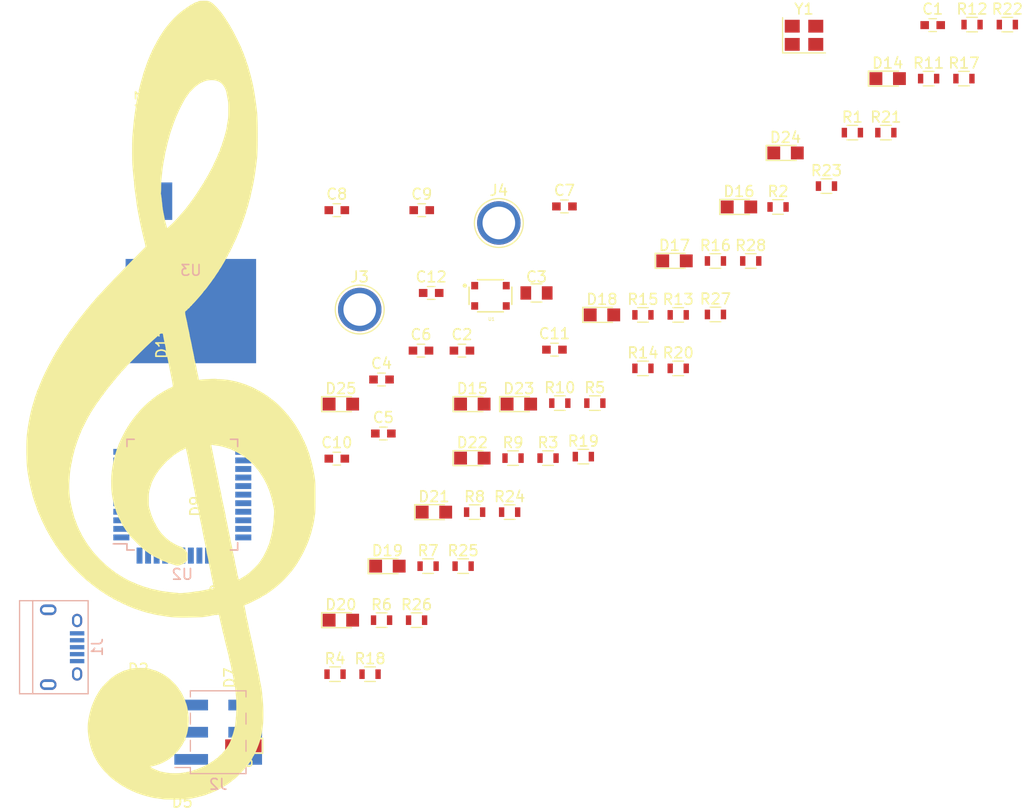
<source format=kicad_pcb>
(kicad_pcb (version 4) (host pcbnew 4.0.7)
  (layers (0 F.Cu signal) (31 B.Cu signal) (34 B.Paste user) (35 F.Paste user) (36 B.SilkS user) (37 F.SilkS user) (38 B.Mask user) (39 F.Mask user) (44 Edge.Cuts user))
  (net 0 "")
  (net 1 GND)
  (net 2 "Net-(C1-Pad1)")
  (net 3 "Net-(C2-Pad1)")
  (net 4 +5V)
  (net 5 "Net-(C4-Pad1)")
  (net 6 "Net-(C5-Pad1)")
  (net 7 "Net-(C11-Pad1)")
  (net 8 "Net-(D1-Pad2)")
  (net 9 "Net-(D2-Pad2)")
  (net 10 "Net-(D3-Pad2)")
  (net 11 "Net-(D4-Pad2)")
  (net 12 "Net-(D5-Pad2)")
  (net 13 "Net-(D6-Pad2)")
  (net 14 "Net-(D7-Pad2)")
  (net 15 "Net-(D8-Pad2)")
  (net 16 "Net-(D9-Pad2)")
  (net 17 "Net-(D10-Pad2)")
  (net 18 "Net-(D11-Pad2)")
  (net 19 "Net-(D12-Pad2)")
  (net 20 "Net-(D13-Pad2)")
  (net 21 "Net-(D14-Pad2)")
  (net 22 "Net-(D15-Pad2)")
  (net 23 "Net-(D16-Pad2)")
  (net 24 "Net-(D17-Pad2)")
  (net 25 "Net-(D18-Pad2)")
  (net 26 "Net-(D19-Pad2)")
  (net 27 "Net-(D20-Pad2)")
  (net 28 "Net-(D21-Pad2)")
  (net 29 "Net-(D22-Pad2)")
  (net 30 "Net-(D23-Pad2)")
  (net 31 "Net-(D24-Pad2)")
  (net 32 "Net-(D25-Pad2)")
  (net 33 "Net-(J1-Pad2)")
  (net 34 "Net-(J1-Pad3)")
  (net 35 "Net-(J1-Pad4)")
  (net 36 /MISO)
  (net 37 /LED2)
  (net 38 /LED3)
  (net 39 /RESET)
  (net 40 "Net-(R1-Pad1)")
  (net 41 "Net-(R2-Pad1)")
  (net 42 /LED1)
  (net 43 /LED4)
  (net 44 /LED5)
  (net 45 /LED6)
  (net 46 /LED7)
  (net 47 /LED8)
  (net 48 /LED9)
  (net 49 /LED10)
  (net 50 /LED11)
  (net 51 /LED12)
  (net 52 /LED13)
  (net 53 /LED14)
  (net 54 /LED15)
  (net 55 /LED16)
  (net 56 /LED17)
  (net 57 /LED18)
  (net 58 /LED19)
  (net 59 /LED20)
  (net 60 /LED21)
  (net 61 /LED22)
  (net 62 /LED23)
  (net 63 /LED24)
  (net 64 /LED25)
  (net 65 "Net-(U1-Pad1)")
  (net 66 "Net-(U1-Pad3)")
  (module BashPCB:trebleCleffScaled (layer F.Cu) (at 123.861714 108.663001)
    (fp_text reference G*** hide)
    (fp_text value LOGO hide)
  )
  (module Capacitors_SMD:C_0603 (layer F.Cu) (at 195.083333 73.595)
    (fp_text reference C1 (at 0 -1.5) (layer F.SilkS))
    (fp_text value 12pF)
    (pad 2 smd rect (at 0.75 0) (size 0.8 0.75) (layers F.Cu F.Paste F.Mask) (net 1 GND))
    (pad 1 smd rect (at -0.75 0) (size 0.8 0.75) (layers F.Cu F.Paste F.Mask) (net 2 "Net-(C1-Pad1)"))
  )
  (module Capacitors_SMD:C_0603 (layer F.Cu) (at 151.073333 104.025)
    (fp_text reference C2 (at 0 -1.5) (layer F.SilkS))
    (fp_text value 12pF)
    (pad 2 smd rect (at 0.75 0) (size 0.8 0.75) (layers F.Cu F.Paste F.Mask) (net 1 GND))
    (pad 1 smd rect (at -0.75 0) (size 0.8 0.75) (layers F.Cu F.Paste F.Mask) (net 3 "Net-(C2-Pad1)"))
  )
  (module Capacitors_SMD:C_0805 (layer F.Cu) (at 158.043333 98.635)
    (fp_text reference C3 (at 0 -1.5) (layer F.SilkS))
    (fp_text value 10uF)
    (pad 1 smd rect (at -1 0) (size 1 1.25) (layers F.Cu F.Paste F.Mask) (net 1 GND))
    (pad 2 smd rect (at 1 0) (size 1 1.25) (layers F.Cu F.Paste F.Mask) (net 4 +5V))
  )
  (module Capacitors_SMD:C_0603 (layer F.Cu) (at 143.555001 106.725)
    (fp_text reference C4 (at 0 -1.5) (layer F.SilkS))
    (fp_text value 1uF)
    (pad 2 smd rect (at 0.75 0) (size 0.8 0.75) (layers F.Cu F.Paste F.Mask) (net 1 GND))
    (pad 1 smd rect (at -0.75 0) (size 0.8 0.75) (layers F.Cu F.Paste F.Mask) (net 5 "Net-(C4-Pad1)"))
  )
  (module Capacitors_SMD:C_0603 (layer F.Cu) (at 143.725238 111.775)
    (fp_text reference C5 (at 0 -1.5) (layer F.SilkS))
    (fp_text value .1uF)
    (pad 2 smd rect (at 0.75 0) (size 0.8 0.75) (layers F.Cu F.Paste F.Mask) (net 1 GND))
    (pad 1 smd rect (at -0.75 0) (size 0.8 0.75) (layers F.Cu F.Paste F.Mask) (net 6 "Net-(C5-Pad1)"))
  )
  (module Capacitors_SMD:C_0603 (layer F.Cu) (at 147.245238 104.025)
    (fp_text reference C6 (at 0 -1.5) (layer F.SilkS))
    (fp_text value .1uF)
    (pad 2 smd rect (at 0.75 0) (size 0.8 0.75) (layers F.Cu F.Paste F.Mask) (net 4 +5V))
    (pad 1 smd rect (at -0.75 0) (size 0.8 0.75) (layers F.Cu F.Paste F.Mask) (net 1 GND))
  )
  (module Capacitors_SMD:C_0603 (layer F.Cu) (at 160.655238 90.545)
    (fp_text reference C7 (at 0 -1.5) (layer F.SilkS))
    (fp_text value .1uF)
    (pad 2 smd rect (at 0.75 0) (size 0.8 0.75) (layers F.Cu F.Paste F.Mask) (net 4 +5V))
    (pad 1 smd rect (at -0.75 0) (size 0.8 0.75) (layers F.Cu F.Paste F.Mask) (net 1 GND))
  )
  (module Capacitors_SMD:C_0603 (layer F.Cu) (at 139.375238 90.895)
    (fp_text reference C8 (at 0 -1.5) (layer F.SilkS))
    (fp_text value .1uF)
    (pad 2 smd rect (at 0.75 0) (size 0.8 0.75) (layers F.Cu F.Paste F.Mask) (net 4 +5V))
    (pad 1 smd rect (at -0.75 0) (size 0.8 0.75) (layers F.Cu F.Paste F.Mask) (net 1 GND))
  )
  (module Capacitors_SMD:C_0603 (layer F.Cu) (at 147.315238 90.895)
    (fp_text reference C9 (at 0 -1.5) (layer F.SilkS))
    (fp_text value .1uF)
    (pad 2 smd rect (at 0.75 0) (size 0.8 0.75) (layers F.Cu F.Paste F.Mask) (net 4 +5V))
    (pad 1 smd rect (at -0.75 0) (size 0.8 0.75) (layers F.Cu F.Paste F.Mask) (net 1 GND))
  )
  (module Capacitors_SMD:C_0603 (layer F.Cu) (at 139.375238 114.125)
    (fp_text reference C10 (at 0 -1.5) (layer F.SilkS))
    (fp_text value .1uF)
    (pad 2 smd rect (at 0.75 0) (size 0.8 0.75) (layers F.Cu F.Paste F.Mask) (net 4 +5V))
    (pad 1 smd rect (at -0.75 0) (size 0.8 0.75) (layers F.Cu F.Paste F.Mask) (net 1 GND))
  )
  (module Capacitors_SMD:C_0603 (layer F.Cu) (at 159.721428 103.935)
    (fp_text reference C11 (at 0 -1.5) (layer F.SilkS))
    (fp_text value .33uF)
    (pad 2 smd rect (at 0.75 0) (size 0.8 0.75) (layers F.Cu F.Paste F.Mask) (net 1 GND))
    (pad 1 smd rect (at -0.75 0) (size 0.8 0.75) (layers F.Cu F.Paste F.Mask) (net 7 "Net-(C11-Pad1)"))
  )
  (module Capacitors_SMD:C_0603 (layer F.Cu) (at 148.197619 98.635)
    (fp_text reference C12 (at 0 -1.5) (layer F.SilkS))
    (fp_text value 0.33uF)
    (pad 2 smd rect (at 0.75 0) (size 0.8 0.75) (layers F.Cu F.Paste F.Mask) (net 1 GND))
    (pad 1 smd rect (at -0.75 0) (size 0.8 0.75) (layers F.Cu F.Paste F.Mask) (net 4 +5V))
  )
  (module LEDs:LED_0805 (layer F.Cu) (at 124.46 138.6 90)
    (fp_text reference D1 (at 0 -1.45 90) (layer F.SilkS))
    (fp_text value LED)
    (pad 2 smd rect (at 1.1 0 270) (size 1.2 1.2) (layers F.Cu F.Paste F.Mask) (net 8 "Net-(D1-Pad2)"))
    (pad 1 smd rect (at -1.1 0 270) (size 1.2 1.2) (layers F.Cu F.Paste F.Mask) (net 1 GND))
  )
  (module LEDs:LED_0805 (layer F.Cu) (at 120.82 135.255)
    (fp_text reference D2 (at 0 -1.45) (layer F.SilkS))
    (fp_text value LED)
    (pad 2 smd rect (at 1.1 0 180) (size 1.2 1.2) (layers F.Cu F.Paste F.Mask) (net 9 "Net-(D2-Pad2)"))
    (pad 1 smd rect (at -1.1 0 180) (size 1.2 1.2) (layers F.Cu F.Paste F.Mask) (net 1 GND))
  )
  (module LEDs:LED_0805 (layer F.Cu) (at 117.475 138.6 270)
    (fp_text reference D3 (at 0 -1.45 270) (layer F.SilkS))
    (fp_text value LED)
    (pad 2 smd rect (at 1.1 0 90) (size 1.2 1.2) (layers F.Cu F.Paste F.Mask) (net 10 "Net-(D3-Pad2)"))
    (pad 1 smd rect (at -1.1 0 90) (size 1.2 1.2) (layers F.Cu F.Paste F.Mask) (net 1 GND))
  )
  (module LEDs:LED_0805 (layer F.Cu) (at 121.115 141.605 180)
    (fp_text reference D4 (at 0 -1.45 180) (layer F.SilkS))
    (fp_text value LED)
    (pad 2 smd rect (at 1.1 0) (size 1.2 1.2) (layers F.Cu F.Paste F.Mask) (net 11 "Net-(D4-Pad2)"))
    (pad 1 smd rect (at -1.1 0) (size 1.2 1.2) (layers F.Cu F.Paste F.Mask) (net 1 GND))
  )
  (module LEDs:LED_0805 (layer F.Cu) (at 124.925 144.78 180)
    (fp_text reference D5 (at 0 -1.45 180) (layer F.SilkS))
    (fp_text value LED)
    (pad 2 smd rect (at 1.1 0) (size 1.2 1.2) (layers F.Cu F.Paste F.Mask) (net 12 "Net-(D5-Pad2)"))
    (pad 1 smd rect (at -1.1 0) (size 1.2 1.2) (layers F.Cu F.Paste F.Mask) (net 1 GND))
  )
  (module LEDs:LED_0805 (layer F.Cu) (at 130.64 140.97 180)
    (fp_text reference D6 (at 0 -1.45 180) (layer F.SilkS))
    (fp_text value LED)
    (pad 2 smd rect (at 1.1 0) (size 1.2 1.2) (layers F.Cu F.Paste F.Mask) (net 13 "Net-(D6-Pad2)"))
    (pad 1 smd rect (at -1.1 0) (size 1.2 1.2) (layers F.Cu F.Paste F.Mask) (net 1 GND))
  )
  (module LEDs:LED_0805 (layer F.Cu) (at 130.81 134.62 90)
    (fp_text reference D7 (at 0 -1.45 90) (layer F.SilkS))
    (fp_text value LED)
    (pad 2 smd rect (at 1.1 0 270) (size 1.2 1.2) (layers F.Cu F.Paste F.Mask) (net 14 "Net-(D7-Pad2)"))
    (pad 1 smd rect (at -1.1 0 270) (size 1.2 1.2) (layers F.Cu F.Paste F.Mask) (net 1 GND))
  )
  (module LEDs:LED_0805 (layer F.Cu) (at 129.54 126.83 90)
    (fp_text reference D8 (at 0 -1.45 90) (layer F.SilkS))
    (fp_text value LED)
    (pad 2 smd rect (at 1.1 0 270) (size 1.2 1.2) (layers F.Cu F.Paste F.Mask) (net 15 "Net-(D8-Pad2)"))
    (pad 1 smd rect (at -1.1 0 270) (size 1.2 1.2) (layers F.Cu F.Paste F.Mask) (net 1 GND))
  )
  (module LEDs:LED_0805 (layer F.Cu) (at 127.635 118.575 90)
    (fp_text reference D9 (at 0 -1.45 90) (layer F.SilkS))
    (fp_text value LED)
    (pad 2 smd rect (at 1.1 0 270) (size 1.2 1.2) (layers F.Cu F.Paste F.Mask) (net 16 "Net-(D9-Pad2)"))
    (pad 1 smd rect (at -1.1 0 270) (size 1.2 1.2) (layers F.Cu F.Paste F.Mask) (net 1 GND))
  )
  (module LEDs:LED_0805 (layer F.Cu) (at 126.365 110.32 90)
    (fp_text reference D10 (at 0 -1.45 90) (layer F.SilkS))
    (fp_text value LED)
    (pad 2 smd rect (at 1.1 0 270) (size 1.2 1.2) (layers F.Cu F.Paste F.Mask) (net 17 "Net-(D10-Pad2)"))
    (pad 1 smd rect (at -1.1 0 270) (size 1.2 1.2) (layers F.Cu F.Paste F.Mask) (net 1 GND))
  )
  (module LEDs:LED_0805 (layer F.Cu) (at 124.46 103.335 90)
    (fp_text reference D11 (at 0 -1.45 90) (layer F.SilkS))
    (fp_text value LED)
    (pad 2 smd rect (at 1.1 0 270) (size 1.2 1.2) (layers F.Cu F.Paste F.Mask) (net 18 "Net-(D11-Pad2)"))
    (pad 1 smd rect (at -1.1 0 270) (size 1.2 1.2) (layers F.Cu F.Paste F.Mask) (net 1 GND))
  )
  (module LEDs:LED_0805 (layer F.Cu) (at 123.19 96.35 90)
    (fp_text reference D12 (at 0 -1.45 90) (layer F.SilkS))
    (fp_text value LED)
    (pad 2 smd rect (at 1.1 0 270) (size 1.2 1.2) (layers F.Cu F.Paste F.Mask) (net 19 "Net-(D12-Pad2)"))
    (pad 1 smd rect (at -1.1 0 270) (size 1.2 1.2) (layers F.Cu F.Paste F.Mask) (net 1 GND))
  )
  (module LEDs:LED_0805 (layer F.Cu) (at 122.555 81.11 90)
    (fp_text reference D13 (at 0 -1.45 90) (layer F.SilkS))
    (fp_text value LED)
    (pad 2 smd rect (at 1.1 0 270) (size 1.2 1.2) (layers F.Cu F.Paste F.Mask) (net 20 "Net-(D13-Pad2)"))
    (pad 1 smd rect (at -1.1 0 270) (size 1.2 1.2) (layers F.Cu F.Paste F.Mask) (net 1 GND))
  )
  (module LEDs:LED_0805 (layer F.Cu) (at 190.875001 78.595)
    (fp_text reference D14 (at 0 -1.45) (layer F.SilkS))
    (fp_text value LED)
    (pad 2 smd rect (at 1.1 0 180) (size 1.2 1.2) (layers F.Cu F.Paste F.Mask) (net 21 "Net-(D14-Pad2)"))
    (pad 1 smd rect (at -1.1 0 180) (size 1.2 1.2) (layers F.Cu F.Paste F.Mask) (net 1 GND))
  )
  (module LEDs:LED_0805 (layer F.Cu) (at 152.045001 109.025)
    (fp_text reference D15 (at 0 -1.45) (layer F.SilkS))
    (fp_text value LED)
    (pad 2 smd rect (at 1.1 0 180) (size 1.2 1.2) (layers F.Cu F.Paste F.Mask) (net 22 "Net-(D15-Pad2)"))
    (pad 1 smd rect (at -1.1 0 180) (size 1.2 1.2) (layers F.Cu F.Paste F.Mask) (net 1 GND))
  )
  (module LEDs:LED_0805 (layer F.Cu) (at 176.975001 90.595)
    (fp_text reference D16 (at 0 -1.45) (layer F.SilkS))
    (fp_text value LED)
    (pad 2 smd rect (at 1.1 0 180) (size 1.2 1.2) (layers F.Cu F.Paste F.Mask) (net 23 "Net-(D16-Pad2)"))
    (pad 1 smd rect (at -1.1 0 180) (size 1.2 1.2) (layers F.Cu F.Paste F.Mask) (net 1 GND))
  )
  (module LEDs:LED_0805 (layer F.Cu) (at 170.945001 95.635)
    (fp_text reference D17 (at 0 -1.45) (layer F.SilkS))
    (fp_text value LED)
    (pad 2 smd rect (at 1.1 0 180) (size 1.2 1.2) (layers F.Cu F.Paste F.Mask) (net 24 "Net-(D17-Pad2)"))
    (pad 1 smd rect (at -1.1 0 180) (size 1.2 1.2) (layers F.Cu F.Paste F.Mask) (net 1 GND))
  )
  (module LEDs:LED_0805 (layer F.Cu) (at 164.165001 100.685)
    (fp_text reference D18 (at 0 -1.45) (layer F.SilkS))
    (fp_text value LED)
    (pad 2 smd rect (at 1.1 0 180) (size 1.2 1.2) (layers F.Cu F.Paste F.Mask) (net 25 "Net-(D18-Pad2)"))
    (pad 1 smd rect (at -1.1 0 180) (size 1.2 1.2) (layers F.Cu F.Paste F.Mask) (net 1 GND))
  )
  (module LEDs:LED_0805 (layer F.Cu) (at 144.105001 124.175)
    (fp_text reference D19 (at 0 -1.45) (layer F.SilkS))
    (fp_text value LED)
    (pad 2 smd rect (at 1.1 0 180) (size 1.2 1.2) (layers F.Cu F.Paste F.Mask) (net 26 "Net-(D19-Pad2)"))
    (pad 1 smd rect (at -1.1 0 180) (size 1.2 1.2) (layers F.Cu F.Paste F.Mask) (net 1 GND))
  )
  (module LEDs:LED_0805 (layer F.Cu) (at 139.755001 129.225)
    (fp_text reference D20 (at 0 -1.45) (layer F.SilkS))
    (fp_text value LED)
    (pad 2 smd rect (at 1.1 0 180) (size 1.2 1.2) (layers F.Cu F.Paste F.Mask) (net 27 "Net-(D20-Pad2)"))
    (pad 1 smd rect (at -1.1 0 180) (size 1.2 1.2) (layers F.Cu F.Paste F.Mask) (net 1 GND))
  )
  (module LEDs:LED_0805 (layer F.Cu) (at 148.455001 119.125)
    (fp_text reference D21 (at 0 -1.45) (layer F.SilkS))
    (fp_text value LED)
    (pad 2 smd rect (at 1.1 0 180) (size 1.2 1.2) (layers F.Cu F.Paste F.Mask) (net 28 "Net-(D21-Pad2)"))
    (pad 1 smd rect (at -1.1 0 180) (size 1.2 1.2) (layers F.Cu F.Paste F.Mask) (net 1 GND))
  )
  (module LEDs:LED_0805 (layer F.Cu) (at 152.045001 114.075)
    (fp_text reference D22 (at 0 -1.45) (layer F.SilkS))
    (fp_text value LED)
    (pad 2 smd rect (at 1.1 0 180) (size 1.2 1.2) (layers F.Cu F.Paste F.Mask) (net 29 "Net-(D22-Pad2)"))
    (pad 1 smd rect (at -1.1 0 180) (size 1.2 1.2) (layers F.Cu F.Paste F.Mask) (net 1 GND))
  )
  (module LEDs:LED_0805 (layer F.Cu) (at 156.395001 109.025)
    (fp_text reference D23 (at 0 -1.45) (layer F.SilkS))
    (fp_text value LED)
    (pad 2 smd rect (at 1.1 0 180) (size 1.2 1.2) (layers F.Cu F.Paste F.Mask) (net 30 "Net-(D23-Pad2)"))
    (pad 1 smd rect (at -1.1 0 180) (size 1.2 1.2) (layers F.Cu F.Paste F.Mask) (net 1 GND))
  )
  (module LEDs:LED_0805 (layer F.Cu) (at 181.325001 85.545)
    (fp_text reference D24 (at 0 -1.45) (layer F.SilkS))
    (fp_text value LED)
    (pad 2 smd rect (at 1.1 0 180) (size 1.2 1.2) (layers F.Cu F.Paste F.Mask) (net 31 "Net-(D24-Pad2)"))
    (pad 1 smd rect (at -1.1 0 180) (size 1.2 1.2) (layers F.Cu F.Paste F.Mask) (net 1 GND))
  )
  (module LEDs:LED_0805 (layer F.Cu) (at 139.755001 109.025)
    (fp_text reference D25 (at 0 -1.45) (layer F.SilkS))
    (fp_text value LED)
    (pad 2 smd rect (at 1.1 0 180) (size 1.2 1.2) (layers F.Cu F.Paste F.Mask) (net 32 "Net-(D25-Pad2)"))
    (pad 1 smd rect (at -1.1 0 180) (size 1.2 1.2) (layers F.Cu F.Paste F.Mask) (net 1 GND))
  )
  (module Connectors:USB_Micro-B (layer B.Cu) (at 113.745 131.755 90)
    (fp_text reference J1 (at 0 3.24 90) (layer B.SilkS) (effects (justify mirror)))
    (fp_text value USB_OTG)
    (pad 1 smd rect (at -1.3 1.35) (size 1.35 0.4) (layers B.Cu B.Paste B.Mask) (net 4 +5V))
    (pad 2 smd rect (at -0.65 1.35) (size 1.35 0.4) (layers B.Cu B.Paste B.Mask) (net 33 "Net-(J1-Pad2)"))
    (pad 3 smd rect (at 0 1.35) (size 1.35 0.4) (layers B.Cu B.Paste B.Mask) (net 34 "Net-(J1-Pad3)"))
    (pad 4 smd rect (at 0.65 1.35) (size 1.35 0.4) (layers B.Cu B.Paste B.Mask) (net 35 "Net-(J1-Pad4)"))
    (pad 5 smd rect (at 1.3 1.35) (size 1.35 0.4) (layers B.Cu B.Paste B.Mask) (net 1 GND))
    (pad 6 thru_hole oval (at -2.5 1.35) (size 0.95 1.25) (drill oval 0.55 0.85) (layers *.Cu *.Mask) (net 1 GND))
    (pad 6 thru_hole oval (at 2.5 1.35) (size 0.95 1.25) (drill oval 0.55 0.85) (layers *.Cu *.Mask) (net 1 GND))
    (pad 6 thru_hole oval (at -3.5 -1.35) (size 1.55 1) (drill oval 1.15 0.5) (layers *.Cu *.Mask) (net 1 GND))
    (pad 6 thru_hole oval (at 3.5 -1.35) (size 1.55 1) (drill oval 1.15 0.5) (layers *.Cu *.Mask) (net 1 GND))
  )
  (module Pin_Headers:Pin_Header_Straight_2x03_Pitch2.54mm_SMD (layer B.Cu) (at 128.285 139.7)
    (fp_text reference J2 (at 0 4.87) (layer B.SilkS) (effects (justify mirror)))
    (fp_text value CONN_02X03)
    (pad 1 smd rect (at -2.525 2.54) (size 3.15 1) (layers B.Cu B.Paste B.Mask) (net 36 /MISO))
    (pad 2 smd rect (at 2.525 2.54) (size 3.15 1) (layers B.Cu B.Paste B.Mask) (net 4 +5V))
    (pad 3 smd rect (at -2.525 0) (size 3.15 1) (layers B.Cu B.Paste B.Mask) (net 37 /LED2))
    (pad 4 smd rect (at 2.525 0) (size 3.15 1) (layers B.Cu B.Paste B.Mask) (net 38 /LED3))
    (pad 5 smd rect (at -2.525 -2.54) (size 3.15 1) (layers B.Cu B.Paste B.Mask) (net 39 /RESET))
    (pad 6 smd rect (at 2.525 -2.54) (size 3.15 1) (layers B.Cu B.Paste B.Mask) (net 1 GND))
  )
  (module Connectors:1pin (layer F.Cu) (at 141.518096 100.183)
    (fp_text reference J3 (at 0 -3.048) (layer F.SilkS))
    (fp_text value PowerBatt)
    (pad 1 thru_hole circle (at 0 0) (size 4.064 4.064) (drill 3.048) (layers *.Cu *.Mask) (net 7 "Net-(C11-Pad1)"))
  )
  (module Connectors:1pin (layer F.Cu) (at 154.522858 92.093)
    (fp_text reference J4 (at 0 -3.048) (layer F.SilkS))
    (fp_text value GroundBatt)
    (pad 1 thru_hole circle (at 0 0) (size 4.064 4.064) (drill 3.048) (layers *.Cu *.Mask) (net 1 GND))
  )
  (module Resistors_SMD:R_0603 (layer F.Cu) (at 187.575001 83.645)
    (fp_text reference R1 (at 0 -1.45) (layer F.SilkS))
    (fp_text value 22)
    (pad 1 smd rect (at -0.75 0) (size 0.5 0.9) (layers F.Cu F.Paste F.Mask) (net 40 "Net-(R1-Pad1)"))
    (pad 2 smd rect (at 0.75 0) (size 0.5 0.9) (layers F.Cu F.Paste F.Mask) (net 34 "Net-(J1-Pad3)"))
  )
  (module Resistors_SMD:R_0603 (layer F.Cu) (at 180.625001 90.595)
    (fp_text reference R2 (at 0 -1.45) (layer F.SilkS))
    (fp_text value 22)
    (pad 1 smd rect (at -0.75 0) (size 0.5 0.9) (layers F.Cu F.Paste F.Mask) (net 41 "Net-(R2-Pad1)"))
    (pad 2 smd rect (at 0.75 0) (size 0.5 0.9) (layers F.Cu F.Paste F.Mask) (net 33 "Net-(J1-Pad2)"))
  )
  (module Resistors_SMD:R_0603 (layer F.Cu) (at 159.122381 114.075)
    (fp_text reference R3 (at 0 -1.45) (layer F.SilkS))
    (fp_text value 10K)
    (pad 1 smd rect (at -0.75 0) (size 0.5 0.9) (layers F.Cu F.Paste F.Mask) (net 4 +5V))
    (pad 2 smd rect (at 0.75 0) (size 0.5 0.9) (layers F.Cu F.Paste F.Mask) (net 39 /RESET))
  )
  (module Resistors_SMD:R_0603 (layer F.Cu) (at 139.208571 134.275)
    (fp_text reference R4 (at 0 -1.45) (layer F.SilkS))
    (fp_text value 400)
    (pad 1 smd rect (at -0.75 0) (size 0.5 0.9) (layers F.Cu F.Paste F.Mask) (net 8 "Net-(D1-Pad2)"))
    (pad 2 smd rect (at 0.75 0) (size 0.5 0.9) (layers F.Cu F.Paste F.Mask) (net 42 /LED1))
  )
  (module Resistors_SMD:R_0603 (layer F.Cu) (at 163.498571 108.935)
    (fp_text reference R5 (at 0 -1.45) (layer F.SilkS))
    (fp_text value 400)
    (pad 1 smd rect (at -0.75 0) (size 0.5 0.9) (layers F.Cu F.Paste F.Mask) (net 9 "Net-(D2-Pad2)"))
    (pad 2 smd rect (at 0.75 0) (size 0.5 0.9) (layers F.Cu F.Paste F.Mask) (net 37 /LED2))
  )
  (module Resistors_SMD:R_0603 (layer F.Cu) (at 143.558571 129.225)
    (fp_text reference R6 (at 0 -1.45) (layer F.SilkS))
    (fp_text value 400)
    (pad 1 smd rect (at -0.75 0) (size 0.5 0.9) (layers F.Cu F.Paste F.Mask) (net 10 "Net-(D3-Pad2)"))
    (pad 2 smd rect (at 0.75 0) (size 0.5 0.9) (layers F.Cu F.Paste F.Mask) (net 38 /LED3))
  )
  (module Resistors_SMD:R_0603 (layer F.Cu) (at 147.908571 124.175)
    (fp_text reference R7 (at 0 -1.45) (layer F.SilkS))
    (fp_text value 400)
    (pad 1 smd rect (at -0.75 0) (size 0.5 0.9) (layers F.Cu F.Paste F.Mask) (net 11 "Net-(D4-Pad2)"))
    (pad 2 smd rect (at 0.75 0) (size 0.5 0.9) (layers F.Cu F.Paste F.Mask) (net 43 /LED4))
  )
  (module Resistors_SMD:R_0603 (layer F.Cu) (at 152.258571 119.125)
    (fp_text reference R8 (at 0 -1.45) (layer F.SilkS))
    (fp_text value 400)
    (pad 1 smd rect (at -0.75 0) (size 0.5 0.9) (layers F.Cu F.Paste F.Mask) (net 12 "Net-(D5-Pad2)"))
    (pad 2 smd rect (at 0.75 0) (size 0.5 0.9) (layers F.Cu F.Paste F.Mask) (net 44 /LED5))
  )
  (module Resistors_SMD:R_0603 (layer F.Cu) (at 155.848571 114.075)
    (fp_text reference R9 (at 0 -1.45) (layer F.SilkS))
    (fp_text value 400)
    (pad 1 smd rect (at -0.75 0) (size 0.5 0.9) (layers F.Cu F.Paste F.Mask) (net 13 "Net-(D6-Pad2)"))
    (pad 2 smd rect (at 0.75 0) (size 0.5 0.9) (layers F.Cu F.Paste F.Mask) (net 45 /LED6))
  )
  (module Resistors_SMD:R_0603 (layer F.Cu) (at 160.222381 108.935)
    (fp_text reference R10 (at 0 -1.45) (layer F.SilkS))
    (fp_text value 400)
    (pad 1 smd rect (at -0.75 0) (size 0.5 0.9) (layers F.Cu F.Paste F.Mask) (net 14 "Net-(D7-Pad2)"))
    (pad 2 smd rect (at 0.75 0) (size 0.5 0.9) (layers F.Cu F.Paste F.Mask) (net 46 /LED7))
  )
  (module Resistors_SMD:R_0603 (layer F.Cu) (at 194.702381 78.595)
    (fp_text reference R11 (at 0 -1.45) (layer F.SilkS))
    (fp_text value 400)
    (pad 1 smd rect (at -0.75 0) (size 0.5 0.9) (layers F.Cu F.Paste F.Mask) (net 15 "Net-(D8-Pad2)"))
    (pad 2 smd rect (at 0.75 0) (size 0.5 0.9) (layers F.Cu F.Paste F.Mask) (net 47 /LED8))
  )
  (module Resistors_SMD:R_0603 (layer F.Cu) (at 198.762381 73.545)
    (fp_text reference R12 (at 0 -1.45) (layer F.SilkS))
    (fp_text value 400)
    (pad 1 smd rect (at -0.75 0) (size 0.5 0.9) (layers F.Cu F.Paste F.Mask) (net 16 "Net-(D9-Pad2)"))
    (pad 2 smd rect (at 0.75 0) (size 0.5 0.9) (layers F.Cu F.Paste F.Mask) (net 48 /LED9))
  )
  (module Resistors_SMD:R_0603 (layer F.Cu) (at 171.292381 100.685)
    (fp_text reference R13 (at 0 -1.45) (layer F.SilkS))
    (fp_text value 400)
    (pad 1 smd rect (at -0.75 0) (size 0.5 0.9) (layers F.Cu F.Paste F.Mask) (net 17 "Net-(D10-Pad2)"))
    (pad 2 smd rect (at 0.75 0) (size 0.5 0.9) (layers F.Cu F.Paste F.Mask) (net 49 /LED10))
  )
  (module Resistors_SMD:R_0603 (layer F.Cu) (at 167.992381 105.685)
    (fp_text reference R14 (at 0 -1.45) (layer F.SilkS))
    (fp_text value 400)
    (pad 1 smd rect (at -0.75 0) (size 0.5 0.9) (layers F.Cu F.Paste F.Mask) (net 18 "Net-(D11-Pad2)"))
    (pad 2 smd rect (at 0.75 0) (size 0.5 0.9) (layers F.Cu F.Paste F.Mask) (net 50 /LED11))
  )
  (module Resistors_SMD:R_0603 (layer F.Cu) (at 167.992381 100.685)
    (fp_text reference R15 (at 0 -1.45) (layer F.SilkS))
    (fp_text value 400)
    (pad 1 smd rect (at -0.75 0) (size 0.5 0.9) (layers F.Cu F.Paste F.Mask) (net 19 "Net-(D12-Pad2)"))
    (pad 2 smd rect (at 0.75 0) (size 0.5 0.9) (layers F.Cu F.Paste F.Mask) (net 51 /LED12))
  )
  (module Resistors_SMD:R_0603 (layer F.Cu) (at 174.772381 95.645)
    (fp_text reference R16 (at 0 -1.45) (layer F.SilkS))
    (fp_text value 400)
    (pad 1 smd rect (at -0.75 0) (size 0.5 0.9) (layers F.Cu F.Paste F.Mask) (net 20 "Net-(D13-Pad2)"))
    (pad 2 smd rect (at 0.75 0) (size 0.5 0.9) (layers F.Cu F.Paste F.Mask) (net 52 /LED13))
  )
  (module Resistors_SMD:R_0603 (layer F.Cu) (at 198.002381 78.595)
    (fp_text reference R17 (at 0 -1.45) (layer F.SilkS))
    (fp_text value 400)
    (pad 1 smd rect (at -0.75 0) (size 0.5 0.9) (layers F.Cu F.Paste F.Mask) (net 21 "Net-(D14-Pad2)"))
    (pad 2 smd rect (at 0.75 0) (size 0.5 0.9) (layers F.Cu F.Paste F.Mask) (net 53 /LED14))
  )
  (module Resistors_SMD:R_0603 (layer F.Cu) (at 142.482381 134.275)
    (fp_text reference R18 (at 0 -1.45) (layer F.SilkS))
    (fp_text value 400)
    (pad 1 smd rect (at -0.75 0) (size 0.5 0.9) (layers F.Cu F.Paste F.Mask) (net 22 "Net-(D15-Pad2)"))
    (pad 2 smd rect (at 0.75 0) (size 0.5 0.9) (layers F.Cu F.Paste F.Mask) (net 54 /LED15))
  )
  (module Resistors_SMD:R_0603 (layer F.Cu) (at 162.422381 113.935)
    (fp_text reference R19 (at 0 -1.45) (layer F.SilkS))
    (fp_text value 400)
    (pad 1 smd rect (at -0.75 0) (size 0.5 0.9) (layers F.Cu F.Paste F.Mask) (net 23 "Net-(D16-Pad2)"))
    (pad 2 smd rect (at 0.75 0) (size 0.5 0.9) (layers F.Cu F.Paste F.Mask) (net 55 /LED16))
  )
  (module Resistors_SMD:R_0603 (layer F.Cu) (at 171.292381 105.685)
    (fp_text reference R20 (at 0 -1.45) (layer F.SilkS))
    (fp_text value 400)
    (pad 1 smd rect (at -0.75 0) (size 0.5 0.9) (layers F.Cu F.Paste F.Mask) (net 24 "Net-(D17-Pad2)"))
    (pad 2 smd rect (at 0.75 0) (size 0.5 0.9) (layers F.Cu F.Paste F.Mask) (net 56 /LED17))
  )
  (module Resistors_SMD:R_0603 (layer F.Cu) (at 190.702381 83.645)
    (fp_text reference R21 (at 0 -1.45) (layer F.SilkS))
    (fp_text value 400)
    (pad 1 smd rect (at -0.75 0) (size 0.5 0.9) (layers F.Cu F.Paste F.Mask) (net 25 "Net-(D18-Pad2)"))
    (pad 2 smd rect (at 0.75 0) (size 0.5 0.9) (layers F.Cu F.Paste F.Mask) (net 57 /LED18))
  )
  (module Resistors_SMD:R_0603 (layer F.Cu) (at 202.062381 73.545)
    (fp_text reference R22 (at 0 -1.45) (layer F.SilkS))
    (fp_text value 400)
    (pad 1 smd rect (at -0.75 0) (size 0.5 0.9) (layers F.Cu F.Paste F.Mask) (net 26 "Net-(D19-Pad2)"))
    (pad 2 smd rect (at 0.75 0) (size 0.5 0.9) (layers F.Cu F.Paste F.Mask) (net 58 /LED19))
  )
  (module Resistors_SMD:R_0603 (layer F.Cu) (at 185.152381 88.645)
    (fp_text reference R23 (at 0 -1.45) (layer F.SilkS))
    (fp_text value 400)
    (pad 1 smd rect (at -0.75 0) (size 0.5 0.9) (layers F.Cu F.Paste F.Mask) (net 27 "Net-(D20-Pad2)"))
    (pad 2 smd rect (at 0.75 0) (size 0.5 0.9) (layers F.Cu F.Paste F.Mask) (net 59 /LED20))
  )
  (module Resistors_SMD:R_0603 (layer F.Cu) (at 155.532381 119.125)
    (fp_text reference R24 (at 0 -1.45) (layer F.SilkS))
    (fp_text value 400)
    (pad 1 smd rect (at -0.75 0) (size 0.5 0.9) (layers F.Cu F.Paste F.Mask) (net 28 "Net-(D21-Pad2)"))
    (pad 2 smd rect (at 0.75 0) (size 0.5 0.9) (layers F.Cu F.Paste F.Mask) (net 60 /LED21))
  )
  (module Resistors_SMD:R_0603 (layer F.Cu) (at 151.182381 124.175)
    (fp_text reference R25 (at 0 -1.45) (layer F.SilkS))
    (fp_text value 400)
    (pad 1 smd rect (at -0.75 0) (size 0.5 0.9) (layers F.Cu F.Paste F.Mask) (net 29 "Net-(D22-Pad2)"))
    (pad 2 smd rect (at 0.75 0) (size 0.5 0.9) (layers F.Cu F.Paste F.Mask) (net 61 /LED22))
  )
  (module Resistors_SMD:R_0603 (layer F.Cu) (at 146.832381 129.225)
    (fp_text reference R26 (at 0 -1.45) (layer F.SilkS))
    (fp_text value 400)
    (pad 1 smd rect (at -0.75 0) (size 0.5 0.9) (layers F.Cu F.Paste F.Mask) (net 30 "Net-(D23-Pad2)"))
    (pad 2 smd rect (at 0.75 0) (size 0.5 0.9) (layers F.Cu F.Paste F.Mask) (net 62 /LED23))
  )
  (module Resistors_SMD:R_0603 (layer F.Cu) (at 174.772381 100.645)
    (fp_text reference R27 (at 0 -1.45) (layer F.SilkS))
    (fp_text value 400)
    (pad 1 smd rect (at -0.75 0) (size 0.5 0.9) (layers F.Cu F.Paste F.Mask) (net 31 "Net-(D24-Pad2)"))
    (pad 2 smd rect (at 0.75 0) (size 0.5 0.9) (layers F.Cu F.Paste F.Mask) (net 63 /LED24))
  )
  (module Resistors_SMD:R_0603 (layer F.Cu) (at 178.072381 95.645)
    (fp_text reference R28 (at 0 -1.45) (layer F.SilkS))
    (fp_text value 400)
    (pad 1 smd rect (at -0.75 0) (size 0.5 0.9) (layers F.Cu F.Paste F.Mask) (net 32 "Net-(D25-Pad2)"))
    (pad 2 smd rect (at 0.75 0) (size 0.5 0.9) (layers F.Cu F.Paste F.Mask) (net 64 /LED25))
  )
  (module BashPCB:KMT071_NGJ_LHS (layer F.Cu) (at 153.740001 98.9)
    (fp_text reference U1 (at 0.09 2.18) (layer F.SilkS) (effects (font (size 0.3 0.3) (thickness 0.06))))
    (fp_text value button)
    (pad 1 smd rect (at -1.475 -0.95) (size 0.65 0.7) (layers F.Cu F.Paste F.Mask) (net 65 "Net-(U1-Pad1)"))
    (pad 2 smd rect (at 1.475 -0.95) (size 0.65 0.7) (layers F.Cu F.Paste F.Mask) (net 1 GND))
    (pad 3 smd rect (at -1.475 0.95) (size 0.65 0.7) (layers F.Cu F.Paste F.Mask) (net 66 "Net-(U1-Pad3)"))
    (pad 4 smd rect (at 1.475 0.95) (size 0.65 0.7) (layers F.Cu F.Paste F.Mask) (net 39 /RESET))
  )
  (module Housings_QFP:TQFP-44_10x10mm_Pitch0.8mm (layer B.Cu) (at 124.93 117.49)
    (fp_text reference U2 (at 0 7.45) (layer B.SilkS) (effects (justify mirror)))
    (fp_text value ATMEGA32U4RC-AU)
    (pad 1 smd rect (at -5.7 4) (size 1.5 0.55) (layers B.Cu B.Paste B.Mask) (net 58 /LED19))
    (pad 2 smd rect (at -5.7 3.2) (size 1.5 0.55) (layers B.Cu B.Paste B.Mask) (net 4 +5V))
    (pad 3 smd rect (at -5.7 2.4) (size 1.5 0.55) (layers B.Cu B.Paste B.Mask) (net 41 "Net-(R2-Pad1)"))
    (pad 4 smd rect (at -5.7 1.6) (size 1.5 0.55) (layers B.Cu B.Paste B.Mask) (net 40 "Net-(R1-Pad1)"))
    (pad 5 smd rect (at -5.7 0.8) (size 1.5 0.55) (layers B.Cu B.Paste B.Mask) (net 1 GND))
    (pad 6 smd rect (at -5.7 0) (size 1.5 0.55) (layers B.Cu B.Paste B.Mask) (net 5 "Net-(C4-Pad1)"))
    (pad 7 smd rect (at -5.7 -0.8) (size 1.5 0.55) (layers B.Cu B.Paste B.Mask) (net 4 +5V))
    (pad 8 smd rect (at -5.7 -1.6) (size 1.5 0.55) (layers B.Cu B.Paste B.Mask) (net 42 /LED1))
    (pad 9 smd rect (at -5.7 -2.4) (size 1.5 0.55) (layers B.Cu B.Paste B.Mask) (net 37 /LED2))
    (pad 10 smd rect (at -5.7 -3.2) (size 1.5 0.55) (layers B.Cu B.Paste B.Mask) (net 38 /LED3))
    (pad 11 smd rect (at -5.7 -4) (size 1.5 0.55) (layers B.Cu B.Paste B.Mask) (net 36 /MISO))
    (pad 12 smd rect (at -4 -5.7 270) (size 1.5 0.55) (layers B.Cu B.Paste B.Mask) (net 46 /LED7))
    (pad 13 smd rect (at -3.2 -5.7 270) (size 1.5 0.55) (layers B.Cu B.Paste B.Mask) (net 39 /RESET))
    (pad 14 smd rect (at -2.4 -5.7 270) (size 1.5 0.55) (layers B.Cu B.Paste B.Mask) (net 4 +5V))
    (pad 15 smd rect (at -1.6 -5.7 270) (size 1.5 0.55) (layers B.Cu B.Paste B.Mask) (net 1 GND))
    (pad 16 smd rect (at -0.8 -5.7 270) (size 1.5 0.55) (layers B.Cu B.Paste B.Mask) (net 3 "Net-(C2-Pad1)"))
    (pad 17 smd rect (at 0 -5.7 270) (size 1.5 0.55) (layers B.Cu B.Paste B.Mask) (net 2 "Net-(C1-Pad1)"))
    (pad 18 smd rect (at 0.8 -5.7 270) (size 1.5 0.55) (layers B.Cu B.Paste B.Mask) (net 49 /LED10))
    (pad 19 smd rect (at 1.6 -5.7 270) (size 1.5 0.55) (layers B.Cu B.Paste B.Mask) (net 50 /LED11))
    (pad 20 smd rect (at 2.4 -5.7 270) (size 1.5 0.55) (layers B.Cu B.Paste B.Mask) (net 51 /LED12))
    (pad 21 smd rect (at 3.2 -5.7 270) (size 1.5 0.55) (layers B.Cu B.Paste B.Mask) (net 52 /LED13))
    (pad 22 smd rect (at 4 -5.7 270) (size 1.5 0.55) (layers B.Cu B.Paste B.Mask) (net 54 /LED15))
    (pad 23 smd rect (at 5.7 -4) (size 1.5 0.55) (layers B.Cu B.Paste B.Mask) (net 1 GND))
    (pad 24 smd rect (at 5.7 -3.2) (size 1.5 0.55) (layers B.Cu B.Paste B.Mask) (net 4 +5V))
    (pad 25 smd rect (at 5.7 -2.4) (size 1.5 0.55) (layers B.Cu B.Paste B.Mask) (net 53 /LED14))
    (pad 26 smd rect (at 5.7 -1.6) (size 1.5 0.55) (layers B.Cu B.Paste B.Mask) (net 55 /LED16))
    (pad 27 smd rect (at 5.7 -0.8) (size 1.5 0.55) (layers B.Cu B.Paste B.Mask) (net 56 /LED17))
    (pad 28 smd rect (at 5.7 0) (size 1.5 0.55) (layers B.Cu B.Paste B.Mask) (net 43 /LED4))
    (pad 29 smd rect (at 5.7 0.8) (size 1.5 0.55) (layers B.Cu B.Paste B.Mask) (net 44 /LED5))
    (pad 30 smd rect (at 5.7 1.6) (size 1.5 0.55) (layers B.Cu B.Paste B.Mask) (net 45 /LED6))
    (pad 31 smd rect (at 5.7 2.4) (size 1.5 0.55) (layers B.Cu B.Paste B.Mask) (net 47 /LED8))
    (pad 32 smd rect (at 5.7 3.2) (size 1.5 0.55) (layers B.Cu B.Paste B.Mask) (net 48 /LED9))
    (pad 33 smd rect (at 5.7 4) (size 1.5 0.55) (layers B.Cu B.Paste B.Mask) (net 57 /LED18))
    (pad 34 smd rect (at 4 5.7 270) (size 1.5 0.55) (layers B.Cu B.Paste B.Mask) (net 4 +5V))
    (pad 35 smd rect (at 3.2 5.7 270) (size 1.5 0.55) (layers B.Cu B.Paste B.Mask) (net 1 GND))
    (pad 36 smd rect (at 2.4 5.7 270) (size 1.5 0.55) (layers B.Cu B.Paste B.Mask) (net 64 /LED25))
    (pad 37 smd rect (at 1.6 5.7 270) (size 1.5 0.55) (layers B.Cu B.Paste B.Mask) (net 63 /LED24))
    (pad 38 smd rect (at 0.8 5.7 270) (size 1.5 0.55) (layers B.Cu B.Paste B.Mask) (net 62 /LED23))
    (pad 39 smd rect (at 0 5.7 270) (size 1.5 0.55) (layers B.Cu B.Paste B.Mask) (net 61 /LED22))
    (pad 40 smd rect (at -0.8 5.7 270) (size 1.5 0.55) (layers B.Cu B.Paste B.Mask) (net 60 /LED21))
    (pad 41 smd rect (at -1.6 5.7 270) (size 1.5 0.55) (layers B.Cu B.Paste B.Mask) (net 59 /LED20))
    (pad 42 smd rect (at -2.4 5.7 270) (size 1.5 0.55) (layers B.Cu B.Paste B.Mask) (net 6 "Net-(C5-Pad1)"))
    (pad 43 smd rect (at -3.2 5.7 270) (size 1.5 0.55) (layers B.Cu B.Paste B.Mask) (net 1 GND))
    (pad 44 smd rect (at -4 5.7 270) (size 1.5 0.55) (layers B.Cu B.Paste B.Mask) (net 4 +5V))
  )
  (module BashPCB:D2PAK (layer B.Cu) (at 125.73 100.33)
    (fp_text reference U3 (at 0 -3.81) (layer B.SilkS) (effects (justify mirror)))
    (fp_text value 7805)
    (pad VI smd rect (at -2.54 -10.275) (size 1.6 3.5) (layers B.Cu B.Paste B.Mask) (net 7 "Net-(C11-Pad1)"))
    (pad VO smd rect (at 2.54 -10.275) (size 1.6 3.5) (layers B.Cu B.Paste B.Mask) (net 4 +5V))
    (pad GND smd rect (at 0 0) (size 12.2 9.75) (layers B.Cu B.Paste B.Mask) (net 1 GND))
    (pad VO smd rect (at 2.54 -10.275) (size 1.6 3.5) (layers B.Cu B.Paste B.Mask) (net 4 +5V))
  )
  (module Crystals:Crystal_SMD_3225-4pin_3.2x2.5mm (layer F.Cu) (at 183.052382 74.545)
    (fp_text reference Y1 (at 0 -2.45) (layer F.SilkS))
    (fp_text value Crystal_GND24)
    (pad 1 smd rect (at -1.1 0.85) (size 1.4 1.2) (layers F.Cu F.Paste F.Mask) (net 2 "Net-(C1-Pad1)"))
    (pad 2 smd rect (at 1.1 0.85) (size 1.4 1.2) (layers F.Cu F.Paste F.Mask) (net 1 GND))
    (pad 3 smd rect (at 1.1 -0.85) (size 1.4 1.2) (layers F.Cu F.Paste F.Mask) (net 3 "Net-(C2-Pad1)"))
    (pad 4 smd rect (at -1.1 -0.85) (size 1.4 1.2) (layers F.Cu F.Paste F.Mask) (net 1 GND))
  )
)
</source>
